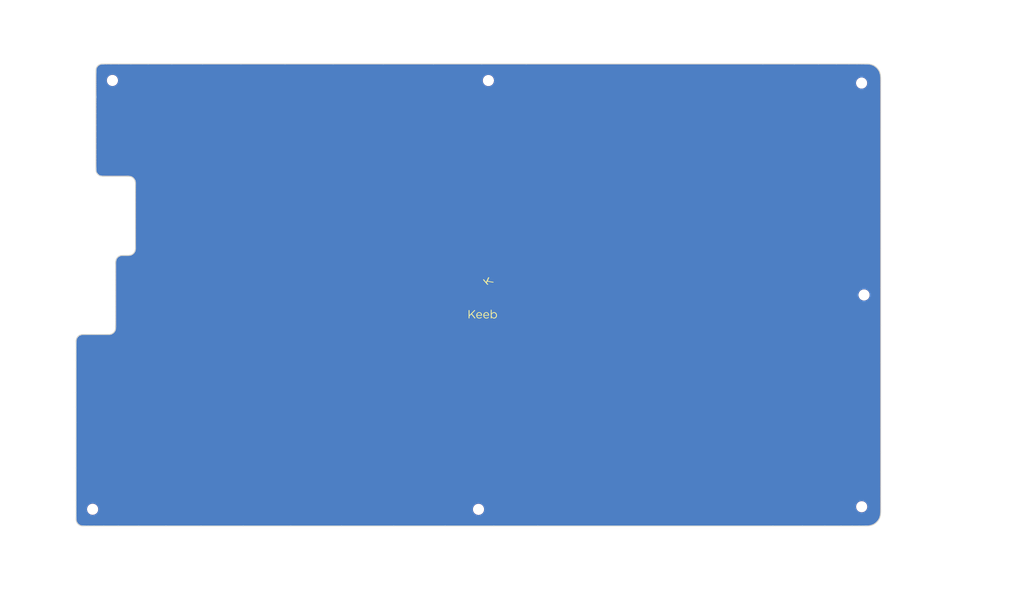
<source format=kicad_pcb>
(kicad_pcb (version 20221018) (generator pcbnew)
  (layers (0 "F.Cu" signal) (31 "B.Cu" signal) (34 "B.Paste" user) (35 "F.Paste" user) (36 "B.SilkS" user "B.Silkscreen") (37 "F.SilkS" user "F.Silkscreen") (38 "B.Mask" user) (39 "F.Mask" user) (44 "Edge.Cuts" user))
  (net 0 "")
  (footprint "Keebio-Art:Keebio-TwoTone" (layer "F.Cu") (at 123.143526 72.990229)
    (fp_text reference "G***" hide)
    (fp_text value "LOGO" hide)
  )
  (footprint "Mounting_Holes:MountingHole_2.2mm_M2" (layer "B.Cu") (at 123.143526 21.360229 180)
    (fp_text reference "REF**" hide)
    (fp_text value "MountingHole_2.2mm_M2" hide)
    (pad "" np_thru_hole circle (at 0 0 180) (size 2.2 2.2) (drill 2.2) (layers "*.Cu" "*.Mask"))
  )
  (footprint "Mounting_Holes:MountingHole_2.2mm_M2" (layer "B.Cu") (at 213.006026 21.970229 180)
    (fp_text reference "REF**" hide)
    (fp_text value "MountingHole_2.2mm_M2" hide)
    (pad "" np_thru_hole circle (at 0 0 180) (size 2.2 2.2) (drill 2.2) (layers "*.Cu" "*.Mask"))
  )
  (footprint "Mounting_Holes:MountingHole_2.2mm_M2" (layer "B.Cu") (at 32.621026 21.340229 180)
    (fp_text reference "REF**" hide)
    (fp_text value "MountingHole_2.2mm_M2" hide)
    (pad "" np_thru_hole circle (at 0 0 180) (size 2.2 2.2) (drill 2.2) (layers "*.Cu" "*.Mask"))
  )
  (footprint "Mounting_Holes:MountingHole_2.2mm_M2" (layer "B.Cu") (at 27.851026 124.590229 180)
    (fp_text reference "REF**" hide)
    (fp_text value "MountingHole_2.2mm_M2" hide)
    (pad "" np_thru_hole circle (at 0 0 180) (size 2.2 2.2) (drill 2.2) (layers "*.Cu" "*.Mask"))
  )
  (footprint "Mounting_Holes:MountingHole_2.2mm_M2" (layer "B.Cu") (at 120.763526 124.610229 180)
    (fp_text reference "REF**" hide)
    (fp_text value "MountingHole_2.2mm_M2" hide)
    (pad "" np_thru_hole circle (at 0 0 180) (size 2.2 2.2) (drill 2.2) (layers "*.Cu" "*.Mask"))
  )
  (footprint "Mounting_Holes:MountingHole_2.2mm_M2" (layer "B.Cu") (at 213.026026 123.980229 180)
    (fp_text reference "REF**" hide)
    (fp_text value "MountingHole_2.2mm_M2" hide)
    (pad "" np_thru_hole circle (at 0 0 180) (size 2.2 2.2) (drill 2.2) (layers "*.Cu" "*.Mask"))
  )
  (footprint "Mounting_Holes:MountingHole_2.2mm_M2" (layer "B.Cu") (at 213.596026 72.990229 180)
    (fp_text reference "REF**" hide)
    (fp_text value "MountingHole_2.2mm_M2" hide)
    (pad "" np_thru_hole circle (at 0 0 180) (size 2.2 2.2) (drill 2.2) (layers "*.Cu" "*.Mask"))
  )
  (gr_line (start 216.522042 127.80518) (end 216.31081 127.977636) (stroke (width 0.2)) (layer "Edge.Cuts"))
  (gr_line (start 33.716479 44.410229) (end 33.221753 44.410229) (stroke (width 0.2)) (layer "Edge.Cuts"))
  (gr_line (start 28.633275 23.350926) (end 28.633275 22.833104) (stroke (width 0.2)) (layer "Edge.Cuts"))
  (gr_line (start 216.643998 18.279086) (end 216.831386 18.478576) (stroke (width 0.2)) (layer "Edge.Cuts"))
  (gr_line (start 38.158512 46.228192) (end 38.15828 46.155055) (stroke (width 0.2)) (layer "Edge.Cuts"))
  (gr_line (start 217.60826 124.639802) (end 217.60826 124.877975) (stroke (width 0.2)) (layer "Edge.Cuts"))
  (gr_line (start 37.20011 63.323195) (end 37.318849 63.266318) (stroke (width 0.2)) (layer "Edge.Cuts"))
  (gr_line (start 217.53366 126.003006) (end 217.482576 126.242467) (stroke (width 0.2)) (layer "Edge.Cuts"))
  (gr_line (start 25.740201 82.510229) (end 25.795735 82.510229) (stroke (width 0.2)) (layer "Edge.Cuts"))
  (gr_line (start 29.014754 17.927496) (end 29.107792 17.827172) (stroke (width 0.2)) (layer "Edge.Cuts"))
  (gr_line (start 28.633275 35.111106) (end 28.633275 33.586529) (stroke (width 0.2)) (layer "Edge.Cuts"))
  (gr_line (start 28.637653 18.959688) (end 28.644979 18.855713) (stroke (width 0.2)) (layer "Edge.Cuts"))
  (gr_line (start 34.046458 63.775247) (end 34.158032 63.699116) (stroke (width 0.2)) (layer "Edge.Cuts"))
  (gr_line (start 217.608251 125.014604) (end 217.607225 125.169438) (stroke (width 0.2)) (layer "Edge.Cuts"))
  (gr_line (start 28.633275 25.187412) (end 28.633275 25.050441) (stroke (width 0.2)) (layer "Edge.Cuts"))
  (gr_line (start 28.633275 19.625086) (end 28.633275 19.488996) (stroke (width 0.2)) (layer "Edge.Cuts"))
  (gr_line (start 29.208687 17.734798) (end 29.316265 17.651547) (stroke (width 0.2)) (layer "Edge.Cuts"))
  (gr_line (start 29.90909 17.402728) (end 30.025987 17.383503) (stroke (width 0.2)) (layer "Edge.Cuts"))
  (gr_line (start 37.050914 17.360222) (end 41.236614 17.360222) (stroke (width 0.2)) (layer "Edge.Cuts"))
  (gr_line (start 132.259612 17.360222) (end 189.233461 17.360222) (stroke (width 0.2)) (layer "Edge.Cuts"))
  (gr_line (start 33.121587 81.802932) (end 33.192129 81.688798) (stroke (width 0.2)) (layer "Edge.Cuts"))
  (gr_line (start 33.494656 64.520758) (end 33.541127 64.399871) (stroke (width 0.2)) (layer "Edge.Cuts"))
  (gr_line (start 30.8074 82.510229) (end 31.022946 82.510229) (stroke (width 0.2)) (layer "Edge.Cuts"))
  (gr_line (start 38.158512 47.902153) (end 38.158512 47.348328) (stroke (width 0.2)) (layer "Edge.Cuts"))
  (gr_line (start 37.078986 63.36782) (end 37.20011 63.323195) (stroke (width 0.2)) (layer "Edge.Cuts"))
  (gr_line (start 30.137197 17.371176) (end 30.240471 17.364214) (stroke (width 0.2)) (layer "Edge.Cuts"))
  (gr_line (start 25.414971 82.518026) (end 25.514689 82.512681) (stroke (width 0.2)) (layer "Edge.Cuts"))
  (gr_line (start 38.158512 46.945491) (end 38.158512 46.665986) (stroke (width 0.2)) (layer "Edge.Cuts"))
  (gr_line (start 31.183901 82.510229) (end 31.301614 82.510229) (stroke (width 0.2)) (layer "Edge.Cuts"))
  (gr_line (start 33.396033 80.525437) (end 33.396033 80.516032) (stroke (width 0.2)) (layer "Edge.Cuts"))
  (gr_line (start 33.459347 64.642213) (end 33.494656 64.520758) (stroke (width 0.2)) (layer "Edge.Cuts"))
  (gr_line (start 33.751577 64.058644) (end 33.842056 63.956186) (stroke (width 0.2)) (layer "Edge.Cuts"))
  (gr_line (start 38.158512 58.28491) (end 38.158512 57.167447) (stroke (width 0.2)) (layer "Edge.Cuts"))
  (gr_line (start 35.951293 63.460229) (end 36.006526 63.460229) (stroke (width 0.2)) (layer "Edge.Cuts"))
  (gr_line (start 33.396033 80.511621) (end 33.396033 80.510312) (stroke (width 0.2)) (layer "Edge.Cuts"))
  (gr_line (start 30.661897 17.360222) (end 31.173278 17.360222) (stroke (width 0.2)) (layer "Edge.Cuts"))
  (gr_line (start 208.047825 128.610215) (end 204.144755 128.610215) (stroke (width 0.2)) (layer "Edge.Cuts"))
  (gr_line (start 214.26341 128.607172) (end 214.093843 128.609941) (stroke (width 0.2)) (layer "Edge.Cuts"))
  (gr_line (start 28.633275 41.498633) (end 28.633275 40.925839) (stroke (width 0.2)) (layer "Edge.Cuts"))
  (gr_line (start 31.301614 82.510229) (end 31.387433 82.510229) (stroke (width 0.2)) (layer "Edge.Cuts"))
  (gr_line (start 38.156608 61.800719) (end 38.158291 61.71415) (stroke (width 0.2)) (layer "Edge.Cuts"))
  (gr_line (start 31.722187 82.508747) (end 31.818535 82.50464) (stroke (width 0.2)) (layer "Edge.Cuts"))
  (gr_line (start 32.276607 82.430009) (end 32.39805 82.389136) (stroke (width 0.2)) (layer "Edge.Cuts"))
  (gr_line (start 28.305413 82.510229) (end 28.80005 82.510229) (stroke (width 0.2)) (layer "Edge.Cuts"))
  (gr_line (start 38.158512 53.250665) (end 38.158512 51.9287) (stroke (width 0.2)) (layer "Edge.Cuts"))
  (gr_line (start 217.60826 53.272186) (end 217.60826 62.013002) (stroke (width 0.2)) (layer "Edge.Cuts"))
  (gr_line (start 28.633275 20.785891) (end 28.633275 20.38282) (stroke (width 0.2)) (layer "Edge.Cuts"))
  (gr_line (start 38.07263 62.359801) (end 38.104611 62.23865) (stroke (width 0.2)) (layer "Edge.Cuts"))
  (gr_line (start 28.636246 42.780219) (end 28.633793 42.689841) (stroke (width 0.2)) (layer "Edge.Cuts"))
  (gr_line (start 34.198938 44.410229) (end 33.716479 44.410229) (stroke (width 0.2)) (layer "Edge.Cuts"))
  (gr_line (start 33.396039 65.256936) (end 33.396571 65.179299) (stroke (width 0.2)) (layer "Edge.Cuts"))
  (gr_line (start 217.515796 19.874587) (end 217.556678 20.109751) (stroke (width 0.2)) (layer "Edge.Cuts"))
  (gr_line (start 30.461302 44.410229) (end 30.390484 44.410092) (stroke (width 0.2)) (layer "Edge.Cuts"))
  (gr_line (start 45.511028 128.610215) (end 38.94939 128.610215) (stroke (width 0.2)) (layer "Edge.Cuts"))
  (gr_line (start 215.762628 17.665444) (end 215.998044 17.786507) (stroke (width 0.2)) (layer "Edge.Cuts"))
  (gr_line (start 28.906535 43.701186) (end 28.836167 43.586979) (stroke (width 0.2)) (layer "Edge.Cuts"))
  (gr_line (start 215.373206 128.448664) (end 215.131312 128.509874) (stroke (width 0.2)) (layer "Edge.Cuts"))
  (gr_line (start 23.999791 83.489336) (end 24.054527 83.370057) (stroke (width 0.2)) (layer "Edge.Cuts"))
  (gr_line (start 23.87127 96.518606) (end 23.87127 93.392682) (stroke (width 0.2)) (layer "Edge.Cuts"))
  (gr_line (start 38.104186 45.629929) (end 38.07205 45.508757) (stroke (width 0.2)) (layer "Edge.Cuts"))
  (gr_line (start 28.930748 18.034594) (end 29.014754 17.927496) (stroke (width 0.2)) (layer "Edge.Cuts"))
  (gr_line (start 32.39805 82.389136) (end 32.51778 82.336349) (stroke (width 0.2)) (layer "Edge.Cuts"))
  (gr_line (start 30.390484 44.410092) (end 30.3057 44.408708) (stroke (width 0.2)) (layer "Edge.Cuts"))
  (gr_line (start 33.405059 64.987498) (end 33.416081 64.877832) (stroke (width 0.2)) (layer "Edge.Cuts"))
  (gr_line (start 27.372738 82.510229) (end 27.823337 82.510229) (stroke (width 0.2)) (layer "Edge.Cuts"))
  (gr_line (start 37.83067 62.826739) (end 37.908433 62.716003) (stroke (width 0.2)) (layer "Edge.Cuts"))
  (gr_line (start 35.38406 44.410229) (end 35.051386 44.410229) (stroke (width 0.2)) (layer "Edge.Cuts"))
  (gr_line (start 28.633275 26.102548) (end 28.633275 25.758929) (stroke (width 0.2)) (layer "Edge.Cuts"))
  (gr_line (start 24.199112 83.14372) (end 24.286643 83.039025) (stroke (width 0.2)) (layer "Edge.Cuts"))
  (gr_line (start 35.324829 63.460229) (end 35.359979 63.460229) (stroke (width 0.2)) (layer "Edge.Cuts"))
  (gr_line (start 23.87127 90.769019) (end 23.87127 88.7129) (stroke (width 0.2)) (layer "Edge.Cuts"))
  (gr_line (start 32.745608 82.195211) (end 32.851325 82.10913) (stroke (width 0.2)) (layer "Edge.Cuts"))
  (gr_line (start 33.541127 64.399871) (end 33.599938 64.281661) (stroke (width 0.2)) (layer "Edge.Cuts"))
  (gr_line (start 34.158032 63.699116) (end 34.274287 63.63411) (stroke (width 0.2)) (layer "Edge.Cuts"))
  (gr_line (start 34.636382 63.509996) (end 34.754534 63.488428) (stroke (width 0.2)) (layer "Edge.Cuts"))
  (gr_line (start 217.60826 123.13841) (end 217.60826 124.120125) (stroke (width 0.2)) (layer "Edge.Cuts"))
  (gr_line (start 28.633275 42.188067) (end 28.633275 41.909016) (stroke (width 0.2)) (layer "Edge.Cuts"))
  (gr_line (start 37.431938 44.671767) (end 37.31702 44.603158) (stroke (width 0.2)) (layer "Edge.Cuts"))
  (gr_line (start 28.633275 25.359746) (end 28.633275 25.352452) (stroke (width 0.2)) (layer "Edge.Cuts"))
  (gr_line (start 36.288698 44.410229) (end 36.233165 44.410229) (stroke (width 0.2)) (layer "Edge.Cuts"))
  (gr_line (start 36.614812 63.452433) (end 36.723309 63.442297) (stroke (width 0.2)) (layer "Edge.Cuts"))
  (gr_line (start 25.308224 128.592486) (end 25.193281 128.576138) (stroke (width 0.2)) (layer "Edge.Cuts"))
  (gr_line (start 36.515093 63.457778) (end 36.614812 63.452433) (stroke (width 0.2)) (layer "Edge.Cuts"))
  (gr_line (start 24.054527 83.370057) (end 24.121349 83.254456) (stroke (width 0.2)) (layer "Edge.Cuts"))
  (gr_line (start 33.396033 65.321249) (end 33.396039 65.256936) (stroke (width 0.2)) (layer "Edge.Cuts"))
  (gr_line (start 38.158512 61.578533) (end 38.158512 61.502678) (stroke (width 0.2)) (layer "Edge.Cuts"))
  (gr_line (start 36.349927 44.41023) (end 36.288698 44.410229) (stroke (width 0.2)) (layer "Edge.Cuts"))
  (gr_line (start 33.396033 78.798691) (end 33.396033 78.001896) (stroke (width 0.2)) (layer "Edge.Cuts"))
  (gr_line (start 38.158512 60.919694) (end 38.158512 60.51471) (stroke (width 0.2)) (layer "Edge.Cuts"))
  (gr_line (start 215.521375 17.569118) (end 215.762628 17.665444) (stroke (width 0.2)) (layer "Edge.Cuts"))
  (gr_line (start 214.583651 17.380695) (end 214.804993 17.404401) (stroke (width 0.2)) (layer "Edge.Cuts"))
  (gr_line (start 217.60826 38.472239) (end 217.60826 45.30743) (stroke (width 0.2)) (layer "Edge.Cuts"))
  (gr_line (start 217.605939 20.733228) (end 217.608116 20.898723) (stroke (width 0.2)) (layer "Edge.Cuts"))
  (gr_line (start 23.87127 84.329215) (end 23.871491 84.256308) (stroke (width 0.2)) (layer "Edge.Cuts"))
  (gr_line (start 23.873174 84.169739) (end 23.87785 84.071756) (stroke (width 0.2)) (layer "Edge.Cuts"))
  (gr_line (start 28.80005 82.510229) (end 29.288332 82.510229) (stroke (width 0.2)) (layer "Edge.Cuts"))
  (gr_line (start 28.633275 21.763597) (end 28.633275 21.252998) (stroke (width 0.2)) (layer "Edge.Cuts"))
  (gr_line (start 28.633275 24.591935) (end 28.633275 24.249992) (stroke (width 0.2)) (layer "Edge.Cuts"))
  (gr_line (start 215.131312 128.509874) (end 214.894887 128.553264) (stroke (width 0.2)) (layer "Edge.Cuts"))
  (gr_line (start 34.51546 63.54045) (end 34.636382 63.509996) (stroke (width 0.2)) (layer "Edge.Cuts"))
  (gr_line (start 64.119557 128.610215) (end 53.946379 128.610215) (stroke (width 0.2)) (layer "Edge.Cuts"))
  (gr_line (start 33.396033 65.489963) (end 33.396033 65.389743) (stroke (width 0.2)) (layer "Edge.Cuts"))
  (gr_line (start 24.710934 82.704141) (end 24.829672 82.647264) (stroke (width 0.2)) (layer "Edge.Cuts"))
  (gr_line (start 30.333561 17.361085) (end 30.414217 17.360254) (stroke (width 0.2)) (layer "Edge.Cuts"))
  (gr_line (start 217.319714 126.727185) (end 217.202476 126.963714) (stroke (width 0.2)) (layer "Edge.Cuts"))
  (gr_line (start 32.155685 82.460462) (end 32.276607 82.430009) (stroke (width 0.2)) (layer "Edge.Cuts"))
  (gr_line (start 215.998044 17.786507) (end 216.224977 17.930701) (stroke (width 0.2)) (layer "Edge.Cuts"))
  (gr_line (start 24.831551 128.47397) (end 24.712762 128.417286) (stroke (width 0.2)) (layer "Edge.Cuts"))
  (gr_line (start 30.485105 17.360222) (end 30.661897 17.360222) (stroke (width 0.2)) (layer "Edge.Cuts"))
  (gr_line (start 33.221753 44.410229) (end 32.733678 44.410229) (stroke (width 0.2)) (layer "Edge.Cuts"))
  (gr_line (start 38.151932 61.898703) (end 38.156608 61.800719) (stroke (width 0.2)) (layer "Edge.Cuts"))
  (gr_line (start 31.022946 82.510229) (end 31.183901 82.510229) (stroke (width 0.2)) (layer "Edge.Cuts"))
  (gr_line (start 191.667256 128.610215) (end 135.049016 128.610215) (stroke (width 0.2)) (layer "Edge.Cuts"))
  (gr_line (start 26.785282 128.610215) (end 26.056122 128.610215) (stroke (width 0.2)) (layer "Edge.Cuts"))
  (gr_line (start 28.633275 23.83007) (end 28.633275 23.350926) (stroke (width 0.2)) (layer "Edge.Cuts"))
  (gr_line (start 35.841026 44.410229) (end 35.643743 44.410229) (stroke (width 0.2)) (layer "Edge.Cuts"))
  (gr_line (start 124.44859 128.610215) (end 112.720084 128.610215) (stroke (width 0.2)) (layer "Edge.Cuts"))
  (gr_line (start 23.87127 125.84885) (end 23.87127 125.092024) (stroke (width 0.2)) (layer "Edge.Cuts"))
  (gr_line (start 29.288332 82.510229) (end 29.751344 82.510229) (stroke (width 0.2)) (layer "Edge.Cuts"))
  (gr_line (start 33.842056 63.956186) (end 33.940742 63.861329) (stroke (width 0.2)) (layer "Edge.Cuts"))
  (gr_line (start 217.60826 110.980457) (end 217.60826 115.615681) (stroke (width 0.2)) (layer "Edge.Cuts"))
  (gr_line (start 35.4448 63.460229) (end 35.476851 63.460229) (stroke (width 0.2)) (layer "Edge.Cuts"))
  (gr_line (start 28.633275 30.629954) (end 28.633275 29.314708) (stroke (width 0.2)) (layer "Edge.Cuts"))
  (gr_line (start 23.87127 85.281055) (end 23.87127 84.802738) (stroke (width 0.2)) (layer "Edge.Cuts"))
  (gr_line (start 28.836167 43.586979) (end 28.777548 43.468715) (stroke (width 0.2)) (layer "Edge.Cuts"))
  (gr_line (start 36.513616 44.412627) (end 36.425116 44.410578) (stroke (width 0.2)) (layer "Edge.Cuts"))
  (gr_line (start 33.396033 74.564039) (end 33.396033 73.227808) (stroke (width 0.2)) (layer "Edge.Cuts"))
  (gr_line (start 36.290492 63.460229) (end 36.350988 63.460229) (stroke (width 0.2)) (layer "Edge.Cuts"))
  (gr_line (start 33.396033 77.002611) (end 33.396033 75.839483) (stroke (width 0.2)) (layer "Edge.Cuts"))
  (gr_line (start 28.633275 25.42286) (end 28.633275 25.372033) (stroke (width 0.2)) (layer "Edge.Cuts"))
  (gr_line (start 217.556678 20.109751) (end 217.583286 20.334245) (stroke (width 0.2)) (layer "Edge.Cuts"))
  (gr_line (start 217.60826 21.602283) (end 217.60826 22.382027) (stroke (width 0.2)) (layer "Edge.Cuts"))
  (gr_line (start 24.121349 83.254456) (end 24.199112 83.14372) (stroke (width 0.2)) (layer "Edge.Cuts"))
  (gr_line (start 216.719175 127.61521) (end 216.522042 127.80518) (stroke (width 0.2)) (layer "Edge.Cuts"))
  (gr_line (start 28.633275 26.602139) (end 28.633275 26.102548) (stroke (width 0.2)) (layer "Edge.Cuts"))
  (gr_line (start 34.037746 128.610215) (end 30.534345 128.610215) (stroke (width 0.2)) (layer "Edge.Cuts"))
  (gr_line (start 25.072137 82.568935) (end 25.191445 82.54462) (stroke (width 0.2)) (layer "Edge.Cuts"))
  (gr_line (start 36.17198 44.410229) (end 36.093796 44.410229) (stroke (width 0.2)) (layer "Edge.Cuts"))
  (gr_line (start 31.218113 44.410229) (end 31.003489 44.410229) (stroke (width 0.2)) (layer "Edge.Cuts"))
  (gr_line (start 214.194133 17.361691) (end 214.378531 17.367481) (stroke (width 0.2)) (layer "Edge.Cuts"))
  (gr_line (start 33.670479 64.167527) (end 33.751577 64.058644) (stroke (width 0.2)) (layer "Edge.Cuts"))
  (gr_line (start 25.678794 82.51023) (end 25.740201 82.510229) (stroke (width 0.2)) (layer "Edge.Cuts"))
  (gr_line (start 33.396033 67.434863) (end 33.396033 66.761192) (stroke (width 0.2)) (layer "Edge.Cuts"))
  (gr_line (start 38.158512 51.9287) (end 38.158512 50.684429) (stroke (width 0.2)) (layer "Edge.Cuts"))
  (gr_line (start 24.00055 127.632993) (end 23.957732 127.511687) (stroke (width 0.2)) (layer "Edge.Cuts"))
  (gr_line (start 36.093796 44.410229) (end 35.987261 44.410229) (stroke (width 0.2)) (layer "Edge.Cuts"))
  (gr_line (start 209.936823 17.360222) (end 211.908055 17.360222) (stroke (width 0.2)) (layer "Edge.Cuts"))
  (gr_line (start 25.934568 82.510229) (end 26.040565 82.510229) (stroke (width 0.2)) (layer "Edge.Cuts"))
  (gr_line (start 23.87127 86.04288) (end 23.87127 85.281055) (stroke (width 0.2)) (layer "Edge.Cuts"))
  (gr_line (start 33.396033 80.499443) (end 33.396033 80.453833) (stroke (width 0.2)) (layer "Edge.Cuts"))
  (gr_line (start 212.400804 128.610215) (end 210.718628 128.610215) (stroke (width 0.2)) (layer "Edge.Cuts"))
  (gr_line (start 25.856741 82.510229) (end 25.934568 82.510229) (stroke (width 0.2)) (layer "Edge.Cuts"))
  (gr_line (start 24.486304 82.852453) (end 24.596085 82.772928) (stroke (width 0.2)) (layer "Edge.Cuts"))
  (gr_line (start 217.061741 127.192127) (end 216.899858 127.410076) (stroke (width 0.2)) (layer "Edge.Cuts"))
  (gr_line (start 37.7417 44.937443) (end 37.645453 44.840084) (stroke (width 0.2)) (layer "Edge.Cuts"))
  (gr_line (start 23.87127 100.003759) (end 23.87127 96.518606) (stroke (width 0.2)) (layer "Edge.Cuts"))
  (gr_line (start 35.754308 63.460229) (end 35.822573 63.460229) (stroke (width 0.2)) (layer "Edge.Cuts"))
  (gr_line (start 29.107792 17.827172) (end 29.208687 17.734798) (stroke (width 0.2)) (layer "Edge.Cuts"))
  (gr_line (start 24.288082 128.083001) (end 24.200408 127.978409) (stroke (width 0.2)) (layer "Edge.Cuts"))
  (gr_line (start 24.055481 127.752225) (end 24.00055 127.632993) (stroke (width 0.2)) (layer "Edge.Cuts"))
  (gr_line (start 25.795735 82.510229) (end 25.856741 82.510229) (stroke (width 0.2)) (layer "Edge.Cuts"))
  (gr_line (start 25.768212 128.610215) (end 25.679855 128.610214) (stroke (width 0.2)) (layer "Edge.Cuts"))
  (gr_line (start 217.60826 21.214055) (end 217.60826 21.602283) (stroke (width 0.2)) (layer "Edge.Cuts"))
  (gr_line (start 217.60826 28.875714) (end 217.60826 33.026879) (stroke (width 0.2)) (layer "Edge.Cuts"))
  (gr_line (start 28.633275 40.925839) (end 28.633275 40.159556) (stroke (width 0.2)) (layer "Edge.Cuts"))
  (gr_line (start 28.633275 19.390879) (end 28.633275 19.318573) (stroke (width 0.2)) (layer "Edge.Cuts"))
  (gr_line (start 214.034952 17.360261) (end 214.194133 17.361691) (stroke (width 0.2)) (layer "Edge.Cuts"))
  (gr_line (start 75.563233 128.610215) (end 64.119557 128.610215) (stroke (width 0.2)) (layer "Edge.Cuts"))
  (gr_line (start 28.794534 18.264415) (end 28.85695 18.147292) (stroke (width 0.2)) (layer "Edge.Cuts"))
  (gr_line (start 30.726148 44.410229) (end 30.640731 44.410229) (stroke (width 0.2)) (layer "Edge.Cuts"))
  (gr_line (start 29.751344 82.510229) (end 30.170171 82.510229) (stroke (width 0.2)) (layer "Edge.Cuts"))
  (gr_line (start 38.158512 57.167447) (end 38.158512 55.921567) (stroke (width 0.2)) (layer "Edge.Cuts"))
  (gr_line (start 100.343212 128.610215) (end 87.797689 128.610215) (stroke (width 0.2)) (layer "Edge.Cuts"))
  (gr_line (start 36.052303 63.460229) (end 36.08885 63.460229) (stroke (width 0.2)) (layer "Edge.Cuts"))
  (gr_line (start 217.60826 22.382027) (end 217.60826 23.733823) (stroke (width 0.2)) (layer "Edge.Cuts"))
  (gr_line (start 23.925171 83.731809) (end 23.957152 83.610658) (stroke (width 0.2)) (layer "Edge.Cuts"))
  (gr_line (start 31.818535 82.50464) (end 31.9244 82.496245) (stroke (width 0.2)) (layer "Edge.Cuts"))
  (gr_line (start 33.940742 63.861329) (end 34.046458 63.775247) (stroke (width 0.2)) (layer "Edge.Cuts"))
  (gr_line (start 23.87127 120.387815) (end 23.87127 117.772986) (stroke (width 0.2)) (layer "Edge.Cuts"))
  (gr_line (start 217.60826 80.408783) (end 217.60826 89.356732) (stroke (width 0.2)) (layer "Edge.Cuts"))
  (gr_line (start 28.633275 20.38282) (end 28.633275 20.059837) (stroke (width 0.2)) (layer "Edge.Cuts"))
  (gr_line (start 210.718628 128.610215) (end 208.047825 128.610215) (stroke (width 0.2)) (layer "Edge.Cuts"))
  (gr_line (start 97.833915 17.360222) (end 109.908927 17.360222) (stroke (width 0.2)) (layer "Edge.Cuts"))
  (gr_line (start 29.989962 44.381754) (end 29.871749 44.360059) (stroke (width 0.2)) (layer "Edge.Cuts"))
  (gr_line (start 112.720084 128.610215) (end 100.343212 128.610215) (stroke (width 0.2)) (layer "Edge.Cuts"))
  (gr_line (start 30.209186 44.404546) (end 30.10319 44.396072) (stroke (width 0.2)) (layer "Edge.Cuts"))
  (gr_line (start 74.201608 17.360222) (end 85.777005 17.360222) (stroke (width 0.2)) (layer "Edge.Cuts"))
  (gr_line (start 23.87127 114.653819) (end 23.87127 111.173171) (stroke (width 0.2)) (layer "Edge.Cuts"))
  (gr_line (start 37.31702 44.603158) (end 37.198231 44.546475) (stroke (width 0.2)) (layer "Edge.Cuts"))
  (gr_line (start 23.887053 83.964607) (end 23.902316 83.850542) (stroke (width 0.2)) (layer "Edge.Cuts"))
  (gr_line (start 213.951963 128.610215) (end 213.773831 128.610215) (stroke (width 0.2)) (layer "Edge.Cuts"))
  (gr_line (start 28.633275 27.286891) (end 28.633275 26.602139) (stroke (width 0.2)) (layer "Edge.Cuts"))
  (gr_line (start 23.871491 84.256308) (end 23.873174 84.169739) (stroke (width 0.2)) (layer "Edge.Cuts"))
  (gr_line (start 28.633275 25.352452) (end 28.633275 25.328146) (stroke (width 0.2)) (layer "Edge.Cuts"))
  (gr_line (start 38.127172 45.748717) (end 38.104186 45.629929) (stroke (width 0.2)) (layer "Edge.Cuts"))
  (gr_line (start 37.198231 44.546475) (end 37.077086 44.502032) (stroke (width 0.2)) (layer "Edge.Cuts"))
  (gr_line (start 36.174274 63.460229) (end 36.20533 63.460229) (stroke (width 0.2)) (layer "Edge.Cuts"))
  (gr_line (start 31.9244 82.496245) (end 32.037533 82.48203) (stroke (width 0.2)) (layer "Edge.Cuts"))
  (gr_line (start 33.3584 81.208471) (end 33.375985 81.092626) (stroke (width 0.2)) (layer "Edge.Cuts"))
  (gr_line (start 33.396033 66.761192) (end 33.396033 66.257522) (stroke (width 0.2)) (layer "Edge.Cuts"))
  (gr_line (start 33.599938 64.281661) (end 33.670479 64.167527) (stroke (width 0.2)) (layer "Edge.Cuts"))
  (gr_line (start 26.040565 82.510229) (end 26.18608 82.510229) (stroke (width 0.2)) (layer "Edge.Cuts"))
  (gr_line (start 28.63328 42.612424) (end 28.633275 42.548017) (stroke (width 0.2)) (layer "Edge.Cuts"))
  (gr_line (start 33.396033 80.541725) (end 33.396033 80.525437) (stroke (width 0.2)) (layer "Edge.Cuts"))
  (gr_line (start 32.037533 82.48203) (end 32.155685 82.460462) (stroke (width 0.2)) (layer "Edge.Cuts"))
  (gr_line (start 23.87127 123.978884) (end 23.87127 122.435468) (stroke (width 0.2)) (layer "Edge.Cuts"))
  (gr_line (start 35.280914 63.460229) (end 35.324829 63.460229) (stroke (width 0.2)) (layer "Edge.Cuts"))
  (gr_line (start 25.074022 128.551958) (end 24.952696 128.518413) (stroke (width 0.2)) (layer "Edge.Cuts"))
  (gr_line (start 35.051386 44.410229) (end 34.650212 44.410229) (stroke (width 0.2)) (layer "Edge.Cuts"))
  (gr_line (start 63.571136 17.360222) (end 74.201608 17.360222) (stroke (width 0.2)) (layer "Edge.Cuts"))
  (gr_line (start 36.146639 63.460229) (end 36.174274 63.460229) (stroke (width 0.2)) (layer "Edge.Cuts"))
  (gr_line (start 25.516166 128.607817) (end 25.416602 128.602535) (stroke (width 0.2)) (layer "Edge.Cuts"))
  (gr_line (start 217.607225 125.169438) (end 217.602318 125.350193) (stroke (width 0.2)) (layer "Edge.Cuts"))
  (gr_line (start 33.393 80.881722) (end 33.395496 80.791159) (stroke (width 0.2)) (layer "Edge.Cuts"))
  (gr_line (start 217.378943 19.39024) (end 217.457573 19.633251) (stroke (width 0.2)) (layer "Edge.Cuts"))
  (gr_line (start 38.029991 62.481122) (end 38.07263 62.359801) (stroke (width 0.2)) (layer "Edge.Cuts"))
  (gr_line (start 29.54677 17.517119) (end 29.667233 17.468004) (stroke (width 0.2)) (layer "Edge.Cuts"))
  (gr_line (start 35.987261 44.410229) (end 35.841026 44.410229) (stroke (width 0.2)) (layer "Edge.Cuts"))
  (gr_line (start 36.243004 63.460229) (end 36.290492 63.460229) (stroke (width 0.2)) (layer "Edge.Cuts"))
  (gr_line (start 36.425116 44.410578) (end 36.349927 44.41023) (stroke (width 0.2)) (layer "Edge.Cuts"))
  (gr_line (start 217.150169 18.916404) (end 217.276864 19.150042) (stroke (width 0.2)) (layer "Edge.Cuts"))
  (gr_line (start 29.316265 17.651547) (end 29.429351 17.578596) (stroke (width 0.2)) (layer "Edge.Cuts"))
  (gr_line (start 37.974301 45.268219) (end 37.907299 45.152685) (stroke (width 0.2)) (layer "Edge.Cuts"))
  (gr_line (start 198.765779 128.610215) (end 191.667256 128.610215) (stroke (width 0.2)) (layer "Edge.Cuts"))
  (gr_line (start 214.378531 17.367481) (end 214.583651 17.380695) (stroke (width 0.2)) (layer "Edge.Cuts"))
  (gr_line (start 37.975255 62.600402) (end 38.029991 62.481122) (stroke (width 0.2)) (layer "Edge.Cuts"))
  (gr_line (start 38.158512 54.598797) (end 38.158512 53.250665) (stroke (width 0.2)) (layer "Edge.Cuts"))
  (gr_line (start 87.797689 128.610215) (end 75.563233 128.610215) (stroke (width 0.2)) (layer "Edge.Cuts"))
  (gr_line (start 28.19744 128.610215) (end 26.785282 128.610215) (stroke (width 0.2)) (layer "Edge.Cuts"))
  (gr_line (start 36.426402 63.459866) (end 36.515093 63.457778) (stroke (width 0.2)) (layer "Edge.Cuts"))
  (gr_line (start 29.667233 17.468004) (end 29.788756 17.430384) (stroke (width 0.2)) (layer "Edge.Cuts"))
  (gr_line (start 38.104611 62.23865) (end 38.127466 62.119917) (stroke (width 0.2)) (layer "Edge.Cuts"))
  (gr_line (start 23.87127 84.533967) (end 23.87127 84.40078) (stroke (width 0.2)) (layer "Edge.Cuts"))
  (gr_line (start 109.908927 17.360222) (end 121.53863 17.360222) (stroke (width 0.2)) (layer "Edge.Cuts"))
  (gr_line (start 33.396033 68.305576) (end 33.396033 67.434863) (stroke (width 0.2)) (layer "Edge.Cuts"))
  (gr_line (start 33.396033 80.154486) (end 33.396033 79.849222) (stroke (width 0.2)) (layer "Edge.Cuts"))
  (gr_line (start 36.233165 44.410229) (end 36.17198 44.410229) (stroke (width 0.2)) (layer "Edge.Cuts"))
  (gr_line (start 214.804993 17.404401) (end 215.038059 17.441662) (stroke (width 0.2)) (layer "Edge.Cuts"))
  (gr_line (start 37.541808 44.751134) (end 37.431938 44.671767) (stroke (width 0.2)) (layer "Edge.Cuts"))
  (gr_line (start 36.957645 63.401524) (end 37.078986 63.36782) (stroke (width 0.2)) (layer "Edge.Cuts"))
  (gr_line (start 217.60826 124.120125) (end 217.60826 124.639802) (stroke (width 0.2)) (layer "Edge.Cuts"))
  (gr_line (start 217.60826 62.013002) (end 217.60826 71.17637) (stroke (width 0.2)) (layer "Edge.Cuts"))
  (gr_line (start 26.972532 82.510229) (end 27.372738 82.510229) (stroke (width 0.2)) (layer "Edge.Cuts"))
  (gr_line (start 33.396571 65.179299) (end 33.399066 65.088737) (stroke (width 0.2)) (layer "Edge.Cuts"))
  (gr_line (start 24.122483 127.867759) (end 24.055481 127.752225) (stroke (width 0.2)) (layer "Edge.Cuts"))
  (gr_line (start 217.60826 115.615681) (end 217.60826 119.066724) (stroke (width 0.2)) (layer "Edge.Cuts"))
  (gr_line (start 28.633275 32.073352) (end 28.633275 30.629954) (stroke (width 0.2)) (layer "Edge.Cuts"))
  (gr_line (start 29.788756 17.430384) (end 29.90909 17.402728) (stroke (width 0.2)) (layer "Edge.Cuts"))
  (gr_line (start 25.191445 82.54462) (end 25.306473 82.528161) (stroke (width 0.2)) (layer "Edge.Cuts"))
  (gr_line (start 34.394017 63.581323) (end 34.51546 63.54045) (stroke (width 0.2)) (layer "Edge.Cuts"))
  (gr_line (start 36.20533 63.460229) (end 36.243004 63.460229) (stroke (width 0.2)) (layer "Edge.Cuts"))
  (gr_line (start 33.396033 80.650804) (end 33.396033 80.602518) (stroke (width 0.2)) (layer "Edge.Cuts"))
  (gr_line (start 32.271171 44.410229) (end 31.853149 44.410229) (stroke (width 0.2)) (layer "Edge.Cuts"))
  (gr_line (start 25.193281 128.576138) (end 25.074022 128.551958) (stroke (width 0.2)) (layer "Edge.Cuts"))
  (gr_line (start 33.396033 79.849222) (end 33.396033 79.405878) (stroke (width 0.2)) (layer "Edge.Cuts"))
  (gr_line (start 33.396033 69.369674) (end 33.396033 68.305576) (stroke (width 0.2)) (layer "Edge.Cuts"))
  (gr_line (start 25.416602 128.602535) (end 25.308224 128.592486) (stroke (width 0.2)) (layer "Edge.Cuts"))
  (gr_line (start 38.158512 59.958307) (end 38.158512 59.222829) (stroke (width 0.2)) (layer "Edge.Cuts"))
  (gr_line (start 28.633275 25.542096) (end 28.633275 25.42286) (stroke (width 0.2)) (layer "Edge.Cuts"))
  (gr_line (start 38.94939 128.610215) (end 34.037746 128.610215) (stroke (width 0.2)) (layer "Edge.Cuts"))
  (gr_line (start 30.025987 17.383503) (end 30.137197 17.371176) (stroke (width 0.2)) (layer "Edge.Cuts"))
  (gr_line (start 32.51778 82.336349) (end 32.634035 82.271343) (stroke (width 0.2)) (layer "Edge.Cuts"))
  (gr_line (start 29.509682 44.235425) (end 29.393491 44.170236) (stroke (width 0.2)) (layer "Edge.Cuts"))
  (gr_line (start 38.127466 62.119917) (end 38.142729 62.005851) (stroke (width 0.2)) (layer "Edge.Cuts"))
  (gr_line (start 23.87127 87.162174) (end 23.87127 86.04288) (stroke (width 0.2)) (layer "Edge.Cuts"))
  (gr_line (start 38.158512 49.569382) (end 38.158512 48.63462) (stroke (width 0.2)) (layer "Edge.Cuts"))
  (gr_line (start 215.616073 128.366569) (end 215.373206 128.448664) (stroke (width 0.2)) (layer "Edge.Cuts"))
  (gr_line (start 25.60338 82.510593) (end 25.678794 82.51023) (stroke (width 0.2)) (layer "Edge.Cuts"))
  (gr_line (start 33.396033 70.579097) (end 33.396033 69.369674) (stroke (width 0.2)) (layer "Edge.Cuts"))
  (gr_line (start 23.87127 111.173171) (end 23.87127 107.475183) (stroke (width 0.2)) (layer "Edge.Cuts"))
  (gr_line (start 28.633275 41.909016) (end 28.633275 41.498633) (stroke (width 0.2)) (layer "Edge.Cuts"))
  (gr_line (start 28.653104 42.99086) (end 28.642172 42.881308) (stroke (width 0.2)) (layer "Edge.Cuts"))
  (gr_line (start 33.396033 80.566788) (end 33.396033 80.541725) (stroke (width 0.2)) (layer "Edge.Cuts"))
  (gr_line (start 30.640731 44.410229) (end 30.575684 44.410229) (stroke (width 0.2)) (layer "Edge.Cuts"))
  (gr_line (start 28.633275 22.297147) (end 28.633275 21.763597) (stroke (width 0.2)) (layer "Edge.Cuts"))
  (gr_line (start 23.877955 127.050298) (end 23.87322 126.952154) (stroke (width 0.2)) (layer "Edge.Cuts"))
  (gr_line (start 217.60826 89.356732) (end 217.60826 97.666711) (stroke (width 0.2)) (layer "Edge.Cuts"))
  (gr_line (start 32.950011 82.014273) (end 33.04049 81.911815) (stroke (width 0.2)) (layer "Edge.Cuts"))
  (gr_line (start 30.10319 44.396072) (end 29.989962 44.381754) (stroke (width 0.2)) (layer "Edge.Cuts"))
  (gr_line (start 54.349001 17.360222) (end 63.571136 17.360222) (stroke (width 0.2)) (layer "Edge.Cuts"))
  (gr_line (start 24.384329 128.18036) (end 24.288082 128.083001) (stroke (width 0.2)) (layer "Edge.Cuts"))
  (gr_line (start 28.633275 36.58871) (end 28.633275 35.111106) (stroke (width 0.2)) (layer "Edge.Cuts"))
  (gr_line (start 215.038059 17.441662) (end 215.278352 17.495546) (stroke (width 0.2)) (layer "Edge.Cuts"))
  (gr_line (start 35.643743 44.410229) (end 35.38406 44.410229) (stroke (width 0.2)) (layer "Edge.Cuts"))
  (gr_line (start 33.396033 65.896197) (end 33.396033 65.649562) (stroke (width 0.2)) (layer "Edge.Cuts"))
  (gr_line (start 38.142729 62.005851) (end 38.151932 61.898703) (stroke (width 0.2)) (layer "Edge.Cuts"))
  (gr_line (start 28.633275 25.360427) (end 28.633275 25.359746) (stroke (width 0.2)) (layer "Edge.Cuts"))
  (gr_line (start 36.11923 63.460229) (end 36.146639 63.460229) (stroke (width 0.2)) (layer "Edge.Cuts"))
  (gr_line (start 217.60826 119.066724) (end 217.60826 121.514122) (stroke (width 0.2)) (layer "Edge.Cuts"))
  (gr_line (start 213.068296 17.360222) (end 213.653035 17.360222) (stroke (width 0.2)) (layer "Edge.Cuts"))
  (gr_line (start 23.902316 83.850542) (end 23.925171 83.731809) (stroke (width 0.2)) (layer "Edge.Cuts"))
  (gr_line (start 35.822573 63.460229) (end 35.889105 63.460229) (stroke (width 0.2)) (layer "Edge.Cuts"))
  (gr_line (start 33.04049 81.911815) (end 33.121587 81.802932) (stroke (width 0.2)) (layer "Edge.Cuts"))
  (gr_line (start 30.519658 44.410229) (end 30.461302 44.410229) (stroke (width 0.2)) (layer "Edge.Cuts"))
  (gr_line (start 38.158512 46.482159) (end 38.158512 46.366354) (stroke (width 0.2)) (layer "Edge.Cuts"))
  (gr_line (start 34.973531 63.465819) (end 35.069879 63.461712) (stroke (width 0.2)) (layer "Edge.Cuts"))
  (gr_line (start 37.907299 45.152685) (end 37.829374 45.042035) (stroke (width 0.2)) (layer "Edge.Cuts"))
  (gr_line (start 28.633324 19.135363) (end 28.634279 19.053654) (stroke (width 0.2)) (layer "Edge.Cuts"))
  (gr_line (start 30.240471 17.364214) (end 30.333561 17.361085) (stroke (width 0.2)) (layer "Edge.Cuts"))
  (gr_line (start 28.74446 18.384702) (end 28.794534 18.264415) (stroke (width 0.2)) (layer "Edge.Cuts"))
  (gr_line (start 28.633275 25.758929) (end 28.633275 25.542096) (stroke (width 0.2)) (layer "Edge.Cuts"))
  (gr_line (start 35.225037 63.460229) (end 35.280914 63.460229) (stroke (width 0.2)) (layer "Edge.Cuts"))
  (gr_line (start 29.077818 43.912727) (end 28.987476 43.81016) (stroke (width 0.2)) (layer "Edge.Cuts"))
  (gr_line (start 53.946379 128.610215) (end 45.511028 128.610215) (stroke (width 0.2)) (layer "Edge.Cuts"))
  (gr_line (start 32.733678 44.410229) (end 32.271171 44.410229) (stroke (width 0.2)) (layer "Edge.Cuts"))
  (gr_line (start 28.633275 25.328146) (end 28.633275 25.276556) (stroke (width 0.2)) (layer "Edge.Cuts"))
  (gr_line (start 24.597844 128.348677) (end 24.487974 128.26931) (stroke (width 0.2)) (layer "Edge.Cuts"))
  (gr_line (start 216.441078 18.095678) (end 216.643998 18.279086) (stroke (width 0.2)) (layer "Edge.Cuts"))
  (gr_line (start 38.158512 61.641244) (end 38.158512 61.578533) (stroke (width 0.2)) (layer "Edge.Cuts"))
  (gr_line (start 33.433666 64.761988) (end 33.459347 64.642213) (stroke (width 0.2)) (layer "Edge.Cuts"))
  (gr_line (start 33.297411 81.449701) (end 33.33272 81.328246) (stroke (width 0.2)) (layer "Edge.Cuts"))
  (gr_line (start 38.158512 46.665986) (end 38.158512 46.482159) (stroke (width 0.2)) (layer "Edge.Cuts"))
  (gr_line (start 24.382765 82.941544) (end 24.486304 82.852453) (stroke (width 0.2)) (layer "Edge.Cuts"))
  (gr_line (start 217.60826 23.733823) (end 217.60826 25.838207) (stroke (width 0.2)) (layer "Edge.Cuts"))
  (gr_line (start 28.633275 24.249992) (end 28.633275 23.83007) (stroke (width 0.2)) (layer "Edge.Cuts"))
  (gr_line (start 217.598684 20.54357) (end 217.605939 20.733228) (stroke (width 0.2)) (layer "Edge.Cuts"))
  (gr_line (start 33.396033 80.516032) (end 33.396033 80.511621) (stroke (width 0.2)) (layer "Edge.Cuts"))
  (gr_line (start 27.823337 82.510229) (end 28.305413 82.510229) (stroke (width 0.2)) (layer "Edge.Cuts"))
  (gr_line (start 23.925596 127.390515) (end 23.90261 127.271727) (stroke (width 0.2)) (layer "Edge.Cuts"))
  (gr_line (start 217.000893 18.691798) (end 217.150169 18.916404) (stroke (width 0.2)) (layer "Edge.Cuts"))
  (gr_line (start 217.568602 125.771475) (end 217.53366 126.003006) (stroke (width 0.2)) (layer "Edge.Cuts"))
  (gr_line (start 216.31081 127.977636) (end 216.087829 128.130228) (stroke (width 0.2)) (layer "Edge.Cuts"))
  (gr_line (start 38.158512 48.63462) (end 38.158512 47.902153) (stroke (width 0.2)) (layer "Edge.Cuts"))
  (gr_line (start 28.644979 18.855713) (end 28.657789 18.743977) (stroke (width 0.2)) (layer "Edge.Cuts"))
  (gr_line (start 28.633275 42.548017) (end 28.633275 42.476489) (stroke (width 0.2)) (layer "Edge.Cuts"))
  (gr_line (start 28.677618 18.626731) (end 28.705997 18.506223) (stroke (width 0.2)) (layer "Edge.Cuts"))
  (gr_line (start 30.3057 44.408708) (end 30.209186 44.404546) (stroke (width 0.2)) (layer "Edge.Cuts"))
  (gr_line (start 35.154462 63.460359) (end 35.225037 63.460229) (stroke (width 0.2)) (layer "Edge.Cuts"))
  (gr_line (start 217.60826 21.036809) (end 217.60826 21.214055) (stroke (width 0.2)) (layer "Edge.Cuts"))
  (gr_line (start 216.087829 128.130228) (end 215.855447 128.260606) (stroke (width 0.2)) (layer "Edge.Cuts"))
  (gr_line (start 24.596085 82.772928) (end 24.710934 82.704141) (stroke (width 0.2)) (layer "Edge.Cuts"))
  (gr_line (start 33.396033 80.51003) (end 33.396033 80.499443) (stroke (width 0.2)) (layer "Edge.Cuts"))
  (gr_line (start 33.396033 66.257522) (end 33.396033 65.896197) (stroke (width 0.2)) (layer "Edge.Cuts"))
  (gr_line (start 23.87127 84.802738) (end 23.87127 84.533967) (stroke (width 0.2)) (layer "Edge.Cuts"))
  (gr_line (start 23.87127 103.703998) (end 23.87127 100.003759) (stroke (width 0.2)) (layer "Edge.Cuts"))
  (gr_line (start 28.657789 18.743977) (end 28.677618 18.626731) (stroke (width 0.2)) (layer "Edge.Cuts"))
  (gr_line (start 38.15828 46.155055) (end 38.156562 46.06829) (stroke (width 0.2)) (layer "Edge.Cuts"))
  (gr_line (start 34.650212 44.410229) (end 34.198938 44.410229) (stroke (width 0.2)) (layer "Edge.Cuts"))
  (gr_line (start 23.87322 126.952154) (end 23.871503 126.865389) (stroke (width 0.2)) (layer "Edge.Cuts"))
  (gr_line (start 217.60826 121.514122) (end 217.60826 123.13841) (stroke (width 0.2)) (layer "Edge.Cuts"))
  (gr_line (start 28.633275 19.488996) (end 28.633275 19.390879) (stroke (width 0.2)) (layer "Edge.Cuts"))
  (gr_line (start 36.721558 44.427958) (end 36.61318 44.41791) (stroke (width 0.2)) (layer "Edge.Cuts"))
  (gr_line (start 216.224977 17.930701) (end 216.441078 18.095678) (stroke (width 0.2)) (layer "Edge.Cuts"))
  (gr_line (start 29.629369 44.288406) (end 29.509682 44.235425) (stroke (width 0.2)) (layer "Edge.Cuts"))
  (gr_line (start 38.158512 59.222829) (end 38.158512 58.28491) (stroke (width 0.2)) (layer "Edge.Cuts"))
  (gr_line (start 23.957732 127.511687) (end 23.925596 127.390515) (stroke (width 0.2)) (layer "Edge.Cuts"))
  (gr_line (start 217.60826 124.877975) (end 217.608251 125.014604) (stroke (width 0.2)) (layer "Edge.Cuts"))
  (gr_line (start 38.156562 46.06829) (end 38.151827 45.970147) (stroke (width 0.2)) (layer "Edge.Cuts"))
  (gr_line (start 23.87127 117.772986) (end 23.87127 114.653819) (stroke (width 0.2)) (layer "Edge.Cuts"))
  (gr_line (start 33.396033 79.405878) (end 33.396033 78.798691) (stroke (width 0.2)) (layer "Edge.Cuts"))
  (gr_line (start 214.894887 128.553264) (end 214.66843 128.5819) (stroke (width 0.2)) (layer "Edge.Cuts"))
  (gr_line (start 214.66843 128.5819) (end 214.456438 128.598847) (stroke (width 0.2)) (layer "Edge.Cuts"))
  (gr_line (start 31.387433 82.510229) (end 31.452708 82.510229) (stroke (width 0.2)) (layer "Edge.Cuts"))
  (gr_line (start 38.151827 45.970147) (end 38.142541 45.862872) (stroke (width 0.2)) (layer "Edge.Cuts"))
  (gr_line (start 217.583286 20.334245) (end 217.598684 20.54357) (stroke (width 0.2)) (layer "Edge.Cuts"))
  (gr_line (start 37.743139 62.931434) (end 37.83067 62.826739) (stroke (width 0.2)) (layer "Edge.Cuts"))
  (gr_line (start 33.396033 65.389743) (end 33.396033 65.321249) (stroke (width 0.2)) (layer "Edge.Cuts"))
  (gr_line (start 213.773831 128.610215) (end 213.337991 128.610215) (stroke (width 0.2)) (layer "Edge.Cuts"))
  (gr_line (start 33.387008 80.98296) (end 33.393 80.881722) (stroke (width 0.2)) (layer "Edge.Cuts"))
  (gr_line (start 33.396033 65.649562) (end 33.396033 65.489963) (stroke (width 0.2)) (layer "Edge.Cuts"))
  (gr_line (start 30.525915 82.510229) (end 30.8074 82.510229) (stroke (width 0.2)) (layer "Edge.Cuts"))
  (gr_line (start 33.396033 75.839483) (end 33.396033 74.564039) (stroke (width 0.2)) (layer "Edge.Cuts"))
  (gr_line (start 217.602318 125.350193) (end 217.590466 125.552372) (stroke (width 0.2)) (layer "Edge.Cuts"))
  (gr_line (start 24.200408 127.978409) (end 24.122483 127.867759) (stroke (width 0.2)) (layer "Edge.Cuts"))
  (gr_line (start 33.396033 73.227808) (end 33.396033 71.882318) (stroke (width 0.2)) (layer "Edge.Cuts"))
  (gr_line (start 34.274287 63.63411) (end 34.394017 63.581323) (stroke (width 0.2)) (layer "Edge.Cuts"))
  (gr_line (start 33.416081 64.877832) (end 33.433666 64.761988) (stroke (width 0.2)) (layer "Edge.Cuts"))
  (gr_line (start 26.18608 82.510229) (end 26.382463 82.510229) (stroke (width 0.2)) (layer "Edge.Cuts"))
  (gr_line (start 32.851325 82.10913) (end 32.950011 82.014273) (stroke (width 0.2)) (layer "Edge.Cuts"))
  (gr_line (start 35.686919 63.460229) (end 35.754308 63.460229) (stroke (width 0.2)) (layer "Edge.Cuts"))
  (gr_line (start 30.843284 44.410229) (end 30.726148 44.410229) (stroke (width 0.2)) (layer "Edge.Cuts"))
  (gr_line (start 41.236614 17.360222) (end 46.924885 17.360222) (stroke (width 0.2)) (layer "Edge.Cuts"))
  (gr_line (start 30.575684 44.410229) (end 30.519658 44.410229) (stroke (width 0.2)) (layer "Edge.Cuts"))
  (gr_line (start 33.395496 80.791159) (end 33.396028 80.713523) (stroke (width 0.2)) (layer "Edge.Cuts"))
  (gr_line (start 28.633275 33.586529) (end 28.633275 32.073352) (stroke (width 0.2)) (layer "Edge.Cuts"))
  (gr_line (start 214.456438 128.598847) (end 214.26341 128.607172) (stroke (width 0.2)) (layer "Edge.Cuts"))
  (gr_line (start 35.476851 63.460229) (end 35.516118 63.460229) (stroke (width 0.2)) (layer "Edge.Cuts"))
  (gr_line (start 38.142541 45.862872) (end 38.127172 45.748717) (stroke (width 0.2)) (layer "Edge.Cuts"))
  (gr_line (start 204.144755 128.610215) (end 198.765779 128.610215) (stroke (width 0.2)) (layer "Edge.Cuts"))
  (gr_line (start 206.919113 17.360222) (end 209.936823 17.360222) (stroke (width 0.2)) (layer "Edge.Cuts"))
  (gr_line (start 30.414217 17.360254) (end 30.485105 17.360222) (stroke (width 0.2)) (layer "Edge.Cuts"))
  (gr_line (start 217.457573 19.633251) (end 217.515796 19.874587) (stroke (width 0.2)) (layer "Edge.Cuts"))
  (gr_line (start 28.633793 42.689841) (end 28.63328 42.612424) (stroke (width 0.2)) (layer "Edge.Cuts"))
  (gr_line (start 217.60826 33.026879) (end 217.60826 38.472239) (stroke (width 0.2)) (layer "Edge.Cuts"))
  (gr_line (start 34.13419 17.360222) (end 37.050914 17.360222) (stroke (width 0.2)) (layer "Edge.Cuts"))
  (gr_line (start 31.508787 82.510229) (end 31.567019 82.510229) (stroke (width 0.2)) (layer "Edge.Cuts"))
  (gr_line (start 35.38956 63.460229) (end 35.416768 63.460229) (stroke (width 0.2)) (layer "Edge.Cuts"))
  (gr_line (start 23.957152 83.610658) (end 23.999791 83.489336) (stroke (width 0.2)) (layer "Edge.Cuts"))
  (gr_line (start 30.534345 128.610215) (end 28.19744 128.610215) (stroke (width 0.2)) (layer "Edge.Cuts"))
  (gr_line (start 28.633275 37.960963) (end 28.633275 36.58871) (stroke (width 0.2)) (layer "Edge.Cuts"))
  (gr_line (start 28.987476 43.81016) (end 28.906535 43.701186) (stroke (width 0.2)) (layer "Edge.Cuts"))
  (gr_line (start 30.170171 82.510229) (end 30.525915 82.510229) (stroke (width 0.2)) (layer "Edge.Cuts"))
  (gr_line (start 28.633275 20.059837) (end 28.633275 19.811313) (stroke (width 0.2)) (layer "Edge.Cuts"))
  (gr_line (start 215.278352 17.495546) (end 215.521375 17.569118) (stroke (width 0.2)) (layer "Edge.Cuts"))
  (gr_line (start 214.093843 128.609941) (end 213.951963 128.610215) (stroke (width 0.2)) (layer "Edge.Cuts"))
  (gr_line (start 28.633275 19.259916) (end 28.633275 19.202745) (stroke (width 0.2)) (layer "Edge.Cuts"))
  (gr_line (start 217.412282 126.485359) (end 217.319714 126.727185) (stroke (width 0.2)) (layer "Edge.Cuts"))
  (gr_line (start 28.633275 19.318573) (end 28.633275 19.259916) (stroke (width 0.2)) (layer "Edge.Cuts"))
  (gr_line (start 33.396033 80.602518) (end 33.396033 80.566788) (stroke (width 0.2)) (layer "Edge.Cuts"))
  (gr_line (start 31.637605 82.5101) (end 31.722187 82.508747) (stroke (width 0.2)) (layer "Edge.Cuts"))
  (gr_line (start 202.619438 17.360222) (end 206.919113 17.360222) (stroke (width 0.2)) (layer "Edge.Cuts"))
  (gr_line (start 36.08885 63.460229) (end 36.11923 63.460229) (stroke (width 0.2)) (layer "Edge.Cuts"))
  (gr_line (start 33.396033 71.882318) (end 33.396033 70.579097) (stroke (width 0.2)) (layer "Edge.Cuts"))
  (gr_line (start 37.433697 63.197531) (end 37.543478 63.118005) (stroke (width 0.2)) (layer "Edge.Cuts"))
  (gr_line (start 33.192129 81.688798) (end 33.25094 81.570588) (stroke (width 0.2)) (layer "Edge.Cuts"))
  (gr_line (start 33.33272 81.328246) (end 33.3584 81.208471) (stroke (width 0.2)) (layer "Edge.Cuts"))
  (gr_line (start 217.608116 20.898723) (end 217.60826 21.036809) (stroke (width 0.2)) (layer "Edge.Cuts"))
  (gr_line (start 36.61318 44.41791) (end 36.513616 44.412627) (stroke (width 0.2)) (layer "Edge.Cuts"))
  (gr_line (start 217.60826 71.17637) (end 217.60826 80.408783) (stroke (width 0.2)) (layer "Edge.Cuts"))
  (gr_line (start 28.633275 42.366865) (end 28.633275 42.188067) (stroke (width 0.2)) (layer "Edge.Cuts"))
  (gr_line (start 28.633275 22.833104) (end 28.633275 22.297147) (stroke (width 0.2)) (layer "Edge.Cuts"))
  (gr_line (start 32.634035 82.271343) (end 32.745608 82.195211) (stroke (width 0.2)) (layer "Edge.Cuts"))
  (gr_line (start 33.399066 65.088737) (end 33.405059 64.987498) (stroke (width 0.2)) (layer "Edge.Cuts"))
  (gr_line (start 31.498505 44.410229) (end 31.218113 44.410229) (stroke (width 0.2)) (layer "Edge.Cuts"))
  (gr_line (start 33.396033 80.453833) (end 33.396033 80.347435) (stroke (width 0.2)) (layer "Edge.Cuts"))
  (gr_line (start 37.647017 63.028915) (end 37.743139 62.931434) (stroke (width 0.2)) (layer "Edge.Cuts"))
  (gr_line (start 38.158512 55.921567) (end 38.158512 54.598797) (stroke (width 0.2)) (layer "Edge.Cuts"))
  (gr_line (start 31.003489 44.410229) (end 30.843284 44.410229) (stroke (width 0.2)) (layer "Edge.Cuts"))
  (gr_line (start 23.87127 93.392682) (end 23.87127 90.769019) (stroke (width 0.2)) (layer "Edge.Cuts"))
  (gr_line (start 33.396033 80.510312) (end 33.396033 80.51003) (stroke (width 0.2)) (layer "Edge.Cuts"))
  (gr_line (start 23.887241 127.157572) (end 23.877955 127.050298) (stroke (width 0.2)) (layer "Edge.Cuts"))
  (gr_line (start 31.173278 17.360222) (end 32.252843 17.360222) (stroke (width 0.2)) (layer "Edge.Cuts"))
  (gr_line (start 38.158512 61.200913) (end 38.158512 60.919694) (stroke (width 0.2)) (layer "Edge.Cuts"))
  (gr_line (start 38.158291 61.71415) (end 38.158512 61.641244) (stroke (width 0.2)) (layer "Edge.Cuts"))
  (gr_line (start 85.777005 17.360222) (end 97.833915 17.360222) (stroke (width 0.2)) (layer "Edge.Cuts"))
  (gr_line (start 24.487974 128.26931) (end 24.384329 128.18036) (stroke (width 0.2)) (layer "Edge.Cuts"))
  (gr_line (start 36.95576 44.468487) (end 36.836501 44.444306) (stroke (width 0.2)) (layer "Edge.Cuts"))
  (gr_line (start 38.029232 45.387451) (end 37.974301 45.268219) (stroke (width 0.2)) (layer "Edge.Cuts"))
  (gr_line (start 28.670575 43.106625) (end 28.653104 42.99086) (stroke (width 0.2)) (layer "Edge.Cuts"))
  (gr_line (start 213.897759 17.360222) (end 214.034952 17.360261) (stroke (width 0.2)) (layer "Edge.Cuts"))
  (gr_line (start 135.049016 128.610215) (end 124.44859 128.610215) (stroke (width 0.2)) (layer "Edge.Cuts"))
  (gr_line (start 28.633275 28.185991) (end 28.633275 27.286891) (stroke (width 0.2)) (layer "Edge.Cuts"))
  (gr_line (start 217.60826 104.985212) (end 217.60826 110.980457) (stroke (width 0.2)) (layer "Edge.Cuts"))
  (gr_line (start 217.60826 45.30743) (end 217.60826 53.272186) (stroke (width 0.2)) (layer "Edge.Cuts"))
  (gr_line (start 33.396028 80.713523) (end 33.396033 80.650804) (stroke (width 0.2)) (layer "Edge.Cuts"))
  (gr_line (start 23.87127 122.435468) (end 23.87127 120.387815) (stroke (width 0.2)) (layer "Edge.Cuts"))
  (gr_line (start 38.158512 60.51471) (end 38.158512 59.958307) (stroke (width 0.2)) (layer "Edge.Cuts"))
  (gr_line (start 38.158512 50.684429) (end 38.158512 49.569382) (stroke (width 0.2)) (layer "Edge.Cuts"))
  (gr_line (start 28.633275 21.252998) (end 28.633275 20.785891) (stroke (width 0.2)) (layer "Edge.Cuts"))
  (gr_line (start 28.705997 18.506223) (end 28.74446 18.384702) (stroke (width 0.2)) (layer "Edge.Cuts"))
  (gr_line (start 213.653035 17.360222) (end 213.897759 17.360222) (stroke (width 0.2)) (layer "Edge.Cuts"))
  (gr_line (start 35.359979 63.460229) (end 35.38956 63.460229) (stroke (width 0.2)) (layer "Edge.Cuts"))
  (gr_line (start 217.202476 126.963714) (end 217.061741 127.192127) (stroke (width 0.2)) (layer "Edge.Cuts"))
  (gr_line (start 29.871749 44.360059) (end 29.750802 44.329454) (stroke (width 0.2)) (layer "Edge.Cuts"))
  (gr_line (start 23.87127 84.40078) (end 23.87127 84.329215) (stroke (width 0.2)) (layer "Edge.Cuts"))
  (gr_line (start 35.889105 63.460229) (end 35.951293 63.460229) (stroke (width 0.2)) (layer "Edge.Cuts"))
  (gr_line (start 34.754534 63.488428) (end 34.867666 63.474214) (stroke (width 0.2)) (layer "Edge.Cuts"))
  (gr_line (start 28.85695 18.147292) (end 28.930748 18.034594) (stroke (width 0.2)) (layer "Edge.Cuts"))
  (gr_line (start 36.838337 63.425839) (end 36.957645 63.401524) (stroke (width 0.2)) (layer "Edge.Cuts"))
  (gr_line (start 32.252843 17.360222) (end 34.13419 17.360222) (stroke (width 0.2)) (layer "Edge.Cuts"))
  (gr_line (start 36.350988 63.460229) (end 36.426402 63.459866) (stroke (width 0.2)) (layer "Edge.Cuts"))
  (gr_line (start 25.679855 128.610214) (end 25.604666 128.609866) (stroke (width 0.2)) (layer "Edge.Cuts"))
  (gr_line (start 28.777548 43.468715) (end 28.731264 43.347802) (stroke (width 0.2)) (layer "Edge.Cuts"))
  (gr_line (start 29.282 44.09394) (end 29.176384 44.007712) (stroke (width 0.2)) (layer "Edge.Cuts"))
  (gr_line (start 23.87785 84.071756) (end 23.887053 83.964607) (stroke (width 0.2)) (layer "Edge.Cuts"))
  (gr_line (start 35.623019 63.460229) (end 35.686919 63.460229) (stroke (width 0.2)) (layer "Edge.Cuts"))
  (gr_line (start 211.908055 17.360222) (end 213.068296 17.360222) (stroke (width 0.2)) (layer "Edge.Cuts"))
  (gr_line (start 217.590466 125.552372) (end 217.568602 125.771475) (stroke (width 0.2)) (layer "Edge.Cuts"))
  (gr_line (start 121.53863 17.360222) (end 132.259612 17.360222) (stroke (width 0.2)) (layer "Edge.Cuts"))
  (gr_line (start 26.641061 82.510229) (end 26.972532 82.510229) (stroke (width 0.2)) (layer "Edge.Cuts"))
  (gr_line (start 23.87127 107.475183) (end 23.87127 103.703998) (stroke (width 0.2)) (layer "Edge.Cuts"))
  (gr_line (start 37.318849 63.266318) (end 37.433697 63.197531) (stroke (width 0.2)) (layer "Edge.Cuts"))
  (gr_line (start 28.633275 42.476489) (end 28.633275 42.366865) (stroke (width 0.2)) (layer "Edge.Cuts"))
  (gr_line (start 35.565216 63.460229) (end 35.623019 63.460229) (stroke (width 0.2)) (layer "Edge.Cuts"))
  (gr_line (start 216.899858 127.410076) (end 216.719175 127.61521) (stroke (width 0.2)) (layer "Edge.Cuts"))
  (gr_line (start 29.393491 44.170236) (end 29.282 44.09394) (stroke (width 0.2)) (layer "Edge.Cuts"))
  (gr_line (start 217.60826 97.666711) (end 217.60826 104.985212) (stroke (width 0.2)) (layer "Edge.Cuts"))
  (gr_line (start 23.87127 125.092024) (end 23.87127 123.978884) (stroke (width 0.2)) (layer "Edge.Cuts"))
  (gr_line (start 28.633275 29.314708) (end 28.633275 28.185991) (stroke (width 0.2)) (layer "Edge.Cuts"))
  (gr_line (start 28.634279 19.053654) (end 28.637653 18.959688) (stroke (width 0.2)) (layer "Edge.Cuts"))
  (gr_line (start 28.633275 39.16949) (end 28.633275 37.960963) (stroke (width 0.2)) (layer "Edge.Cuts"))
  (gr_line (start 24.829672 82.647264) (end 24.950796 82.602638) (stroke (width 0.2)) (layer "Edge.Cuts"))
  (gr_line (start 38.158512 46.366354) (end 38.158512 46.290917) (stroke (width 0.2)) (layer "Edge.Cuts"))
  (gr_line (start 215.855447 128.260606) (end 215.616073 128.366569) (stroke (width 0.2)) (layer "Edge.Cuts"))
  (gr_line (start 28.633275 24.855373) (end 28.633275 24.591935) (stroke (width 0.2)) (layer "Edge.Cuts"))
  (gr_line (start 35.069879 63.461712) (end 35.154462 63.460359) (stroke (width 0.2)) (layer "Edge.Cuts"))
  (gr_line (start 23.87127 126.721063) (end 23.87127 126.589408) (stroke (width 0.2)) (layer "Edge.Cuts"))
  (gr_line (start 38.158512 61.386023) (end 38.158512 61.200913) (stroke (width 0.2)) (layer "Edge.Cuts"))
  (gr_line (start 29.429351 17.578596) (end 29.54677 17.517119) (stroke (width 0.2)) (layer "Edge.Cuts"))
  (gr_line (start 23.87127 126.589408) (end 23.87127 126.323324) (stroke (width 0.2)) (layer "Edge.Cuts"))
  (gr_line (start 24.950796 82.602638) (end 25.072137 82.568935) (stroke (width 0.2)) (layer "Edge.Cuts"))
  (gr_line (start 38.158512 47.348328) (end 38.158512 46.945491) (stroke (width 0.2)) (layer "Edge.Cuts"))
  (gr_line (start 26.382463 82.510229) (end 26.641061 82.510229) (stroke (width 0.2)) (layer "Edge.Cuts"))
  (gr_line (start 28.633275 40.159556) (end 28.633275 39.16949) (stroke (width 0.2)) (layer "Edge.Cuts"))
  (gr_line (start 28.633275 25.050441) (end 28.633275 24.855373) (stroke (width 0.2)) (layer "Edge.Cuts"))
  (gr_line (start 33.25094 81.570588) (end 33.297411 81.449701) (stroke (width 0.2)) (layer "Edge.Cuts"))
  (gr_line (start 37.543478 63.118005) (end 37.647017 63.028915) (stroke (width 0.2)) (layer "Edge.Cuts"))
  (gr_line (start 29.176384 44.007712) (end 29.077818 43.912727) (stroke (width 0.2)) (layer "Edge.Cuts"))
  (gr_line (start 33.396033 78.001896) (end 33.396033 77.002611) (stroke (width 0.2)) (layer "Edge.Cuts"))
  (gr_line (start 33.375985 81.092626) (end 33.387008 80.98296) (stroke (width 0.2)) (layer "Edge.Cuts"))
  (gr_line (start 29.750802 44.329454) (end 29.629369 44.288406) (stroke (width 0.2)) (layer "Edge.Cuts"))
  (gr_line (start 36.723309 63.442297) (end 36.838337 63.425839) (stroke (width 0.2)) (layer "Edge.Cuts"))
  (gr_line (start 28.633275 19.202745) (end 28.633324 19.135363) (stroke (width 0.2)) (layer "Edge.Cuts"))
  (gr_line (start 31.452708 82.510229) (end 31.508787 82.510229) (stroke (width 0.2)) (layer "Edge.Cuts"))
  (gr_line (start 34.867666 63.474214) (end 34.973531 63.465819) (stroke (width 0.2)) (layer "Edge.Cuts"))
  (gr_line (start 216.831386 18.478576) (end 217.000893 18.691798) (stroke (width 0.2)) (layer "Edge.Cuts"))
  (gr_line (start 28.696117 43.226355) (end 28.670575 43.106625) (stroke (width 0.2)) (layer "Edge.Cuts"))
  (gr_line (start 38.158512 46.290917) (end 38.158512 46.228192) (stroke (width 0.2)) (layer "Edge.Cuts"))
  (gr_line (start 189.233461 17.360222) (end 196.80231 17.360222) (stroke (width 0.2)) (layer "Edge.Cuts"))
  (gr_line (start 28.731264 43.347802) (end 28.696117 43.226355) (stroke (width 0.2)) (layer "Edge.Cuts"))
  (gr_line (start 31.853149 44.410229) (end 31.498505 44.410229) (stroke (width 0.2)) (layer "Edge.Cuts"))
  (gr_line (start 24.712762 128.417286) (end 24.597844 128.348677) (stroke (width 0.2)) (layer "Edge.Cuts"))
  (gr_line (start 23.87127 126.792252) (end 23.87127 126.721063) (stroke (width 0.2)) (layer "Edge.Cuts"))
  (gr_line (start 217.60826 25.838207) (end 217.60826 28.875714) (stroke (width 0.2)) (layer "Edge.Cuts"))
  (gr_line (start 31.567019 82.510229) (end 31.637605 82.5101) (stroke (width 0.2)) (layer "Edge.Cuts"))
  (gr_line (start 37.908433 62.716003) (end 37.975255 62.600402) (stroke (width 0.2)) (layer "Edge.Cuts"))
  (gr_line (start 26.056122 128.610215) (end 25.768212 128.610215) (stroke (width 0.2)) (layer "Edge.Cuts"))
  (gr_line (start 24.952696 128.518413) (end 24.831551 128.47397) (stroke (width 0.2)) (layer "Edge.Cuts"))
  (gr_line (start 196.80231 17.360222) (end 202.619438 17.360222) (stroke (width 0.2)) (layer "Edge.Cuts"))
  (gr_line (start 23.87127 88.7129) (end 23.87127 87.162174) (stroke (width 0.2)) (layer "Edge.Cuts"))
  (gr_line (start 217.276864 19.150042) (end 217.378943 19.39024) (stroke (width 0.2)) (layer "Edge.Cuts"))
  (gr_line (start 38.158512 61.502678) (end 38.158512 61.386023) (stroke (width 0.2)) (layer "Edge.Cuts"))
  (gr_line (start 35.416768 63.460229) (end 35.4448 63.460229) (stroke (width 0.2)) (layer "Edge.Cuts"))
  (gr_line (start 23.87127 126.323324) (end 23.87127 125.84885) (stroke (width 0.2)) (layer "Edge.Cuts"))
  (gr_line (start 28.642172 42.881308) (end 28.636246 42.780219) (stroke (width 0.2)) (layer "Edge.Cuts"))
  (gr_line (start 36.836501 44.444306) (end 36.721558 44.427958) (stroke (width 0.2)) (layer "Edge.Cuts"))
  (gr_line (start 28.633275 25.372033) (end 28.633275 25.360427) (stroke (width 0.2)) (layer "Edge.Cuts"))
  (gr_line (start 37.829374 45.042035) (end 37.7417 44.937443) (stroke (width 0.2)) (layer "Edge.Cuts"))
  (gr_line (start 37.645453 44.840084) (end 37.541808 44.751134) (stroke (width 0.2)) (layer "Edge.Cuts"))
  (gr_line (start 213.337991 128.610215) (end 212.400804 128.610215) (stroke (width 0.2)) (layer "Edge.Cuts"))
  (gr_line (start 46.924885 17.360222) (end 54.349001 17.360222) (stroke (width 0.2)) (layer "Edge.Cuts"))
  (gr_line (start 24.286643 83.039025) (end 24.382765 82.941544) (stroke (width 0.2)) (layer "Edge.Cuts"))
  (gr_line (start 25.514689 82.512681) (end 25.60338 82.510593) (stroke (width 0.2)) (layer "Edge.Cuts"))
  (gr_line (start 33.396033 80.347435) (end 33.396033 80.154486) (stroke (width 0.2)) (layer "Edge.Cuts"))
  (gr_line (start 25.306473 82.528161) (end 25.414971 82.518026) (stroke (width 0.2)) (layer "Edge.Cuts"))
  (gr_line (start 38.07205 45.508757) (end 38.029232 45.387451) (stroke (width 0.2)) (layer "Edge.Cuts"))
  (gr_line (start 36.006526 63.460229) (end 36.052303 63.460229) (stroke (width 0.2)) (layer "Edge.Cuts"))
  (gr_line (start 217.482576 126.242467) (end 217.412282 126.485359) (stroke (width 0.2)) (layer "Edge.Cuts"))
  (gr_line (start 35.516118 63.460229) (end 35.565216 63.460229) (stroke (width 0.2)) (layer "Edge.Cuts"))
  (gr_line (start 28.633275 19.811313) (end 28.633275 19.625086) (stroke (width 0.2)) (layer "Edge.Cuts"))
  (gr_line (start 23.871503 126.865389) (end 23.87127 126.792252) (stroke (width 0.2)) (layer "Edge.Cuts"))
  (gr_line (start 25.604666 128.609866) (end 25.516166 128.607817) (stroke (width 0.2)) (layer "Edge.Cuts"))
  (gr_line (start 28.633275 25.276556) (end 28.633275 25.187412) (stroke (width 0.2)) (layer "Edge.Cuts"))
  (gr_line (start 23.90261 127.271727) (end 23.887241 127.157572) (stroke (width 0.2)) (layer "Edge.Cuts"))
  (gr_line (start 37.077086 44.502032) (end 36.95576 44.468487) (stroke (width 0.2)) (layer "Edge.Cuts"))
  (zone (net 0) (net_name "") (layer "F.Cu") (connect_pads (clearance 0.508)) (min_thickness 0.254) (fill yes (thermal_gap 0.508) (thermal_bridge_width 0.508))
    (polygon (pts (xy 5.55 1.97) (xy 5.55 142.68) (xy 251.520165 143.441279) (xy 251.520165 3.601279)))
  )
  (zone (net 0) (net_name "") (layer "B.Cu") (connect_pads (clearance 0.508)) (min_thickness 0.254) (fill yes (thermal_gap 0.508) (thermal_bridge_width 0.508))
    (polygon (pts (xy 5.55 1.97) (xy 5.55 142.68) (xy 252.115479 145.227221) (xy 252.115479 5.387221)))
  )
)
</source>
